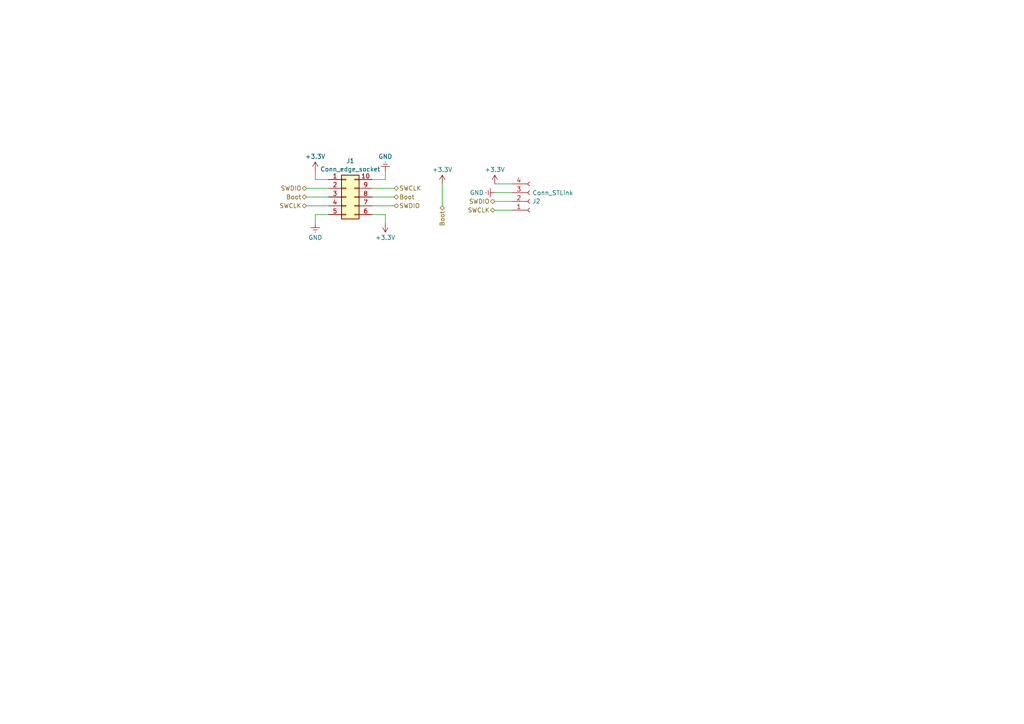
<source format=kicad_sch>
(kicad_sch (version 20231120) (generator "eeschema") (generator_version "8.0")
  (paper "A4")
  (lib_symbols
    (symbol "Connector:Conn_01x04_Socket" (pin_names (offset 1.016) hide)
      (property "Reference" "J" (at 0 5.08 0))
      (property "Value" "Conn_01x04_Socket" (at 0 -7.62 0))
      (symbol "Conn_01x04_Socket_1_1"
        (arc (start 0 -4.572) (mid -0.5058 -5.08) (end 0 -5.588) (stroke (width 0.1524)))
        (arc (start 0 -2.032) (mid -0.5058 -2.54) (end 0 -3.048) (stroke (width 0.1524)))
        (polyline (pts (xy -1.27 -5.08) (xy -0.508 -5.08)) (stroke (width 0.1524)))
        (polyline (pts (xy -1.27 -2.54) (xy -0.508 -2.54)) (stroke (width 0.1524)))
        (polyline (pts (xy -1.27 0) (xy -0.508 0)) (stroke (width 0.1524)))
        (polyline (pts (xy -1.27 2.54) (xy -0.508 2.54)) (stroke (width 0.1524)))
        (arc (start 0 0.508) (mid -0.5058 0) (end 0 -0.508) (stroke (width 0.1524)))
        (arc (start 0 3.048) (mid -0.5058 2.54) (end 0 2.032) (stroke (width 0.1524)))
        (pin passive line (at -5.08 2.54 0) (length 3.81) (name "Pin_1") (number "1"))
        (pin passive line (at -5.08 0 0) (length 3.81) (name "Pin_2") (number "2"))
        (pin passive line (at -5.08 -2.54 0) (length 3.81) (name "Pin_3") (number "3"))
        (pin passive line (at -5.08 -5.08 0) (length 3.81) (name "Pin_4") (number "4"))
      )
    )
    (symbol "Connector_Generic:Conn_02x05_Counter_Clockwise" (pin_names (offset 1.016) hide)
      (property "Reference" "J" (at 1.27 7.62 0))
      (property "Value" "Conn_02x05_Counter_Clockwise" (at 1.27 -7.62 0))
      (symbol "Conn_02x05_Counter_Clockwise_1_1"
        (rectangle (start -1.27 -4.953) (end 0 -5.207) (stroke (width 0.1524)))
        (rectangle (start -1.27 -2.413) (end 0 -2.667) (stroke (width 0.1524)))
        (rectangle (start -1.27 0.127) (end 0 -0.127) (stroke (width 0.1524)))
        (rectangle (start -1.27 2.667) (end 0 2.413) (stroke (width 0.1524)))
        (rectangle (start -1.27 5.207) (end 0 4.953) (stroke (width 0.1524)))
        (rectangle (start -1.27 6.35) (end 3.81 -6.35) (stroke (width 0.254)) (fill (type background)))
        (rectangle (start 3.81 -4.953) (end 2.54 -5.207) (stroke (width 0.1524)))
        (rectangle (start 3.81 -2.413) (end 2.54 -2.667) (stroke (width 0.1524)))
        (rectangle (start 3.81 0.127) (end 2.54 -0.127) (stroke (width 0.1524)))
        (rectangle (start 3.81 2.667) (end 2.54 2.413) (stroke (width 0.1524)))
        (rectangle (start 3.81 5.207) (end 2.54 4.953) (stroke (width 0.1524)))
        (pin passive line (at -5.08 5.08 0) (length 3.81) (name "Pin_1") (number "1"))
        (pin passive line (at 7.62 5.08 180) (length 3.81) (name "Pin_10") (number "10"))
        (pin passive line (at -5.08 2.54 0) (length 3.81) (name "Pin_2") (number "2"))
        (pin passive line (at -5.08 0 0) (length 3.81) (name "Pin_3") (number "3"))
        (pin passive line (at -5.08 -2.54 0) (length 3.81) (name "Pin_4") (number "4"))
        (pin passive line (at -5.08 -5.08 0) (length 3.81) (name "Pin_5") (number "5"))
        (pin passive line (at 7.62 -5.08 180) (length 3.81) (name "Pin_6") (number "6"))
        (pin passive line (at 7.62 -2.54 180) (length 3.81) (name "Pin_7") (number "7"))
        (pin passive line (at 7.62 0 180) (length 3.81) (name "Pin_8") (number "8"))
        (pin passive line (at 7.62 2.54 180) (length 3.81) (name "Pin_9") (number "9"))
      )
    )
    (symbol "power:+3.3V" (power) (pin_numbers hide) (pin_names (offset 0) hide)
      (property "Value" "+3.3V" (at 0 3.556 0))
      (symbol "+3.3V_0_1"
        (polyline (pts (xy -0.762 1.27) (xy 0 2.54)))
        (polyline (pts (xy 0 0) (xy 0 2.54)))
        (polyline (pts (xy 0 2.54) (xy 0.762 1.27)))
      )
      (symbol "+3.3V_1_1"
        (pin power_in line (at 0 0 90) (length 0) (name "~") (number "1"))
      )
    )
    (symbol "power:GNDREF" (power) (pin_numbers hide) (pin_names (offset 0) hide)
      (property "Value" "GNDREF" (at 0 -3.81 0))
      (symbol "GNDREF_0_1"
        (polyline (pts (xy -0.635 -1.905) (xy 0.635 -1.905)))
        (polyline (pts (xy -0.127 -2.54) (xy 0.127 -2.54)))
        (polyline (pts (xy 0 -1.27) (xy 0 0)))
        (polyline (pts (xy 1.27 -1.27) (xy -1.27 -1.27)))
      )
      (symbol "GNDREF_1_1"
        (pin power_in line (at 0 0 270) (length 0) (name "~") (number "1"))
      )
    )
  )
  (wire (pts (xy 91.44 52.07) (xy 95.25 52.07)))
  (wire (pts (xy 111.76 49.53) (xy 111.76 52.07)))
  (wire (pts (xy 143.51 53.34) (xy 148.59 53.34)))
  (wire (pts (xy 114.3 54.61) (xy 107.95 54.61)))
  (wire (pts (xy 128.27 53.34) (xy 128.27 59.69)))
  (wire (pts (xy 88.9 59.69) (xy 95.25 59.69)))
  (wire (pts (xy 88.9 57.15) (xy 95.25 57.15)))
  (wire (pts (xy 114.3 59.69) (xy 107.95 59.69)))
  (wire (pts (xy 91.44 49.53) (xy 91.44 52.07)))
  (wire (pts (xy 111.76 52.07) (xy 107.95 52.07)))
  (wire (pts (xy 143.51 58.42) (xy 148.59 58.42)))
  (wire (pts (xy 91.44 62.23) (xy 95.25 62.23)))
  (wire (pts (xy 88.9 54.61) (xy 95.25 54.61)))
  (wire (pts (xy 114.3 57.15) (xy 107.95 57.15)))
  (wire (pts (xy 143.51 55.88) (xy 148.59 55.88)))
  (wire (pts (xy 91.44 64.77) (xy 91.44 62.23)))
  (wire (pts (xy 111.76 64.77) (xy 111.76 62.23)))
  (wire (pts (xy 111.76 62.23) (xy 107.95 62.23)))
  (wire (pts (xy 143.51 60.96) (xy 148.59 60.96)))
  (hierarchical_label "Boot" (shape bidirectional) (at 114.3 57.15 0))
  (hierarchical_label "SWDIO" (shape bidirectional) (at 114.3 59.69 0))
  (hierarchical_label "SWCLK" (shape bidirectional) (at 114.3 54.61 0))
  (hierarchical_label "SWCLK" (shape bidirectional) (at 88.9 59.69 180))
  (hierarchical_label "SWCLK" (shape bidirectional) (at 143.51 60.96 180))
  (hierarchical_label "Boot" (shape bidirectional) (at 88.9 57.15 180))
  (hierarchical_label "SWDIO" (shape bidirectional) (at 88.9 54.61 180))
  (hierarchical_label "SWDIO" (shape bidirectional) (at 143.51 58.42 180))
  (hierarchical_label "Boot" (shape bidirectional) (at 128.27 59.69 270))
  (symbol (lib_id "Connector:Conn_01x04_Socket") (at 153.67 58.42 0) (mirror x) (unit 1)
    (property "Reference" "J2" (at 154.3812 58.3622 0) (effects (justify left)))
    (property "Value" "Conn_STLink" (at 154.3812 55.9379 0) (effects (justify left)))
    (property "Footprint" "Connector_PinHeader_2.54mm:PinHeader_1x04_P2.54mm_Vertical" (effects (hide yes)))
    (property "Description" "Generic connector, single row, 01x04, script generated" (effects (hide yes)))
  )
  (symbol (lib_id "power:+3.3V") (at 111.76 64.77 180) (unit 1)
    (property "Reference" "#PWR03" (effects (hide yes)))
    (property "Value" "+3.3V" (at 111.76 68.9031 0))
    (property "Description" "Power symbol creates a global label with name \"+3.3V\"" (effects (hide yes)))
  )
  (symbol (lib_id "power:+3.3V") (at 143.51 53.34 0) (unit 1)
    (property "Reference" "#PWR06" (effects (hide yes)))
    (property "Value" "+3.3V" (at 143.51 49.2069 0))
    (property "Description" "Power symbol creates a global label with name \"+3.3V\"" (effects (hide yes)))
  )
  (symbol (lib_id "power:GNDREF") (at 91.44 64.77 0) (unit 1)
    (property "Reference" "#PWR02" (effects (hide yes)))
    (property "Value" "GND" (at 91.44 68.9031 0))
    (property "Description" "Power symbol creates a global label with name \"GNDREF\" , reference supply ground" (effects (hide yes)))
  )
  (symbol (lib_id "Connector_Generic:Conn_02x05_Counter_Clockwise") (at 100.33 57.15 0) (unit 1)
    (property "Reference" "J1" (at 101.6 46.6555 0))
    (property "Value" "Conn_edge_socket" (at 101.6 49.0798 0))
    (property "Footprint" "Connector_PinSocket_2.54mm:PinSocket_2x05_P2.54mm_Vertical" (effects (hide yes)))
    (property "Description" "Generic connector, double row, 02x05, counter clockwise pin numbering scheme (similar to DIP package numbering), script generated (kicad-library-utils/schlib/autogen/connector/)" (effects (hide yes)))
  )
  (symbol (lib_id "power:+3.3V") (at 91.44 49.53 0) (unit 1)
    (property "Reference" "#PWR01" (effects (hide yes)))
    (property "Value" "+3.3V" (at 91.44 45.3969 0))
    (property "Description" "Power symbol creates a global label with name \"+3.3V\"" (effects (hide yes)))
  )
  (symbol (lib_id "power:GNDREF") (at 143.51 55.88 270) (unit 1)
    (property "Reference" "#PWR07" (effects (hide yes)))
    (property "Value" "GND" (at 140.3351 55.88 90) (effects (justify right)))
    (property "Description" "Power symbol creates a global label with name \"GNDREF\" , reference supply ground" (effects (hide yes)))
  )
  (symbol (lib_id "power:+3.3V") (at 128.27 53.34 0) (unit 1)
    (property "Reference" "#PWR05" (effects (hide yes)))
    (property "Value" "+3.3V" (at 128.27 49.2069 0))
    (property "Description" "Power symbol creates a global label with name \"+3.3V\"" (effects (hide yes)))
  )
  (symbol (lib_id "power:GNDREF") (at 111.76 49.53 180) (unit 1)
    (property "Reference" "#PWR04" (effects (hide yes)))
    (property "Value" "GND" (at 111.76 45.3969 0))
    (property "Description" "Power symbol creates a global label with name \"GNDREF\" , reference supply ground" (effects (hide yes)))
  )
)
</source>
